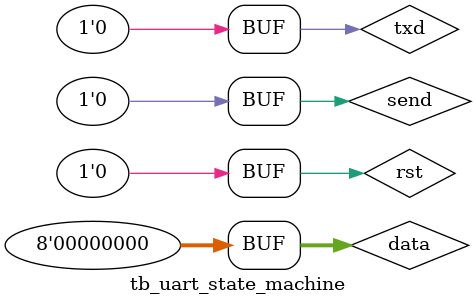
<source format=v>
`timescale 1ns / 1ps


module tb_uart_state_machine
    (
    );
    wire clk;
    wire send = 1'b0;
    wire rst = 1'b0;
    wire txd = 1'b0;
    wire [7:0]data = 0;
    
    stimulate stim
    (
        .clk(clk)
    );
    
    load_file load
    (
        .data(data),
        .send(send)
    );
    
    uart_state_machine UART
    (
        .clk(clk),
        .rst(rst),
        .send(send),
        .data(data),
        .txd(txd)
    );
    
    save_file save
    (
        .c(txd)
    );
endmodule

</source>
